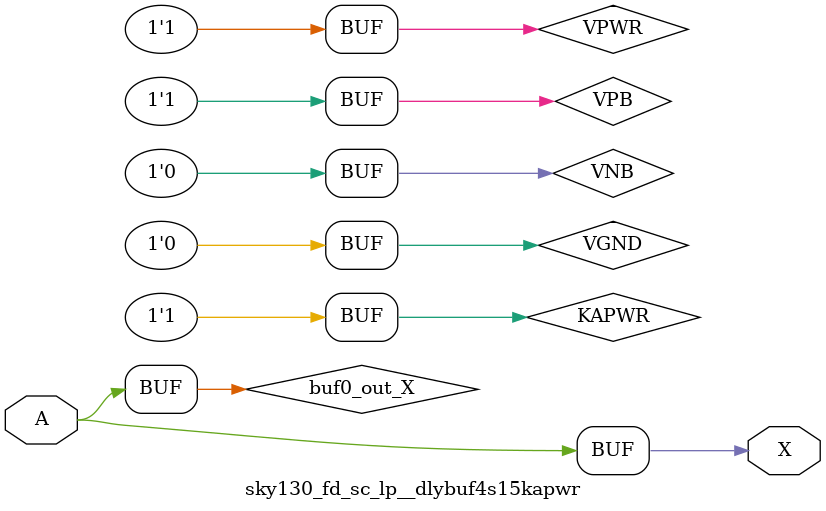
<source format=v>
/*
 * Copyright 2020 The SkyWater PDK Authors
 *
 * Licensed under the Apache License, Version 2.0 (the "License");
 * you may not use this file except in compliance with the License.
 * You may obtain a copy of the License at
 *
 *     https://www.apache.org/licenses/LICENSE-2.0
 *
 * Unless required by applicable law or agreed to in writing, software
 * distributed under the License is distributed on an "AS IS" BASIS,
 * WITHOUT WARRANTIES OR CONDITIONS OF ANY KIND, either express or implied.
 * See the License for the specific language governing permissions and
 * limitations under the License.
 *
 * SPDX-License-Identifier: Apache-2.0
*/


`ifndef SKY130_FD_SC_LP__DLYBUF4S15KAPWR_BEHAVIORAL_V
`define SKY130_FD_SC_LP__DLYBUF4S15KAPWR_BEHAVIORAL_V

/**
 * dlybuf4s15kapwr: Delay Buffer 4-stage 0.15um length inner stage
 *                  gates on keep-alive power rail.
 *
 * Verilog simulation functional model.
 */

`timescale 1ns / 1ps
`default_nettype none

`celldefine
module sky130_fd_sc_lp__dlybuf4s15kapwr (
    X,
    A
);

    // Module ports
    output X;
    input  A;

    // Module supplies
    supply1 VPWR ;
    supply0 VGND ;
    supply1 KAPWR;
    supply1 VPB  ;
    supply0 VNB  ;

    // Local signals
    wire buf0_out_X;

    //  Name  Output      Other arguments
    buf buf0 (buf0_out_X, A              );
    buf buf1 (X         , buf0_out_X     );

endmodule
`endcelldefine

`default_nettype wire
`endif  // SKY130_FD_SC_LP__DLYBUF4S15KAPWR_BEHAVIORAL_V
</source>
